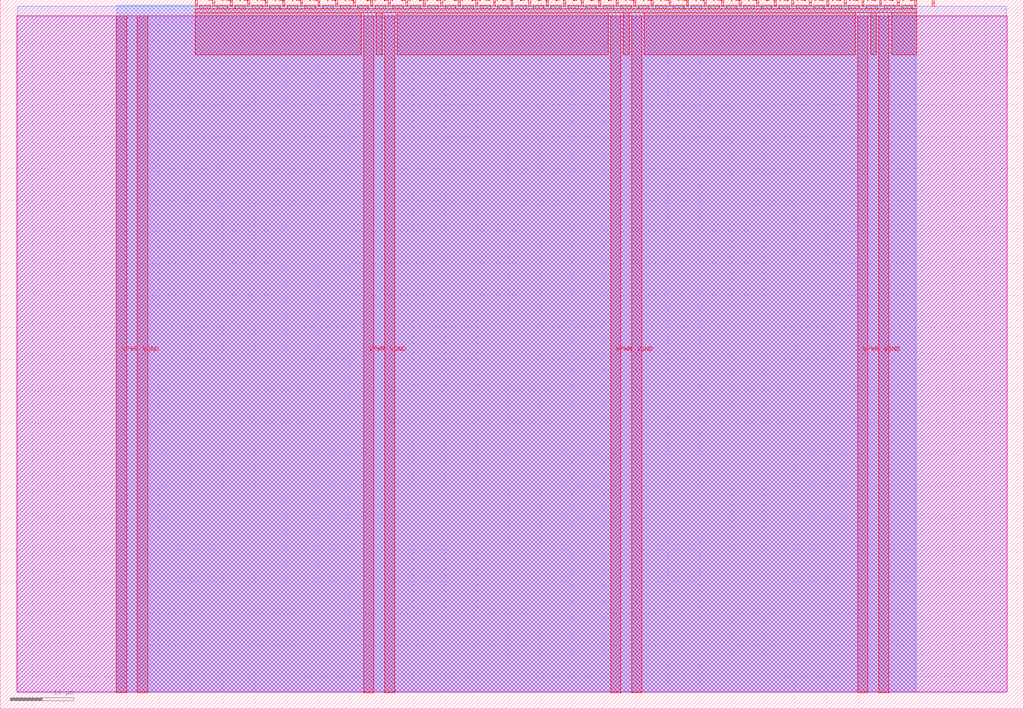
<source format=lef>
VERSION 5.7 ;
  NOWIREEXTENSIONATPIN ON ;
  DIVIDERCHAR "/" ;
  BUSBITCHARS "[]" ;
MACRO tt_um_wokwi_442977846716359681
  CLASS BLOCK ;
  FOREIGN tt_um_wokwi_442977846716359681 ;
  ORIGIN 0.000 0.000 ;
  SIZE 161.000 BY 111.520 ;
  PIN VGND
    DIRECTION INOUT ;
    USE GROUND ;
    PORT
      LAYER met4 ;
        RECT 21.580 2.480 23.180 109.040 ;
    END
    PORT
      LAYER met4 ;
        RECT 60.450 2.480 62.050 109.040 ;
    END
    PORT
      LAYER met4 ;
        RECT 99.320 2.480 100.920 109.040 ;
    END
    PORT
      LAYER met4 ;
        RECT 138.190 2.480 139.790 109.040 ;
    END
  END VGND
  PIN VPWR
    DIRECTION INOUT ;
    USE POWER ;
    PORT
      LAYER met4 ;
        RECT 18.280 2.480 19.880 109.040 ;
    END
    PORT
      LAYER met4 ;
        RECT 57.150 2.480 58.750 109.040 ;
    END
    PORT
      LAYER met4 ;
        RECT 96.020 2.480 97.620 109.040 ;
    END
    PORT
      LAYER met4 ;
        RECT 134.890 2.480 136.490 109.040 ;
    END
  END VPWR
  PIN clk
    DIRECTION INPUT ;
    USE SIGNAL ;
    ANTENNAGATEAREA 0.852000 ;
    PORT
      LAYER met4 ;
        RECT 143.830 110.520 144.130 111.520 ;
    END
  END clk
  PIN ena
    DIRECTION INPUT ;
    USE SIGNAL ;
    PORT
      LAYER met4 ;
        RECT 146.590 110.520 146.890 111.520 ;
    END
  END ena
  PIN rst_n
    DIRECTION INPUT ;
    USE SIGNAL ;
    PORT
      LAYER met4 ;
        RECT 141.070 110.520 141.370 111.520 ;
    END
  END rst_n
  PIN ui_in[0]
    DIRECTION INPUT ;
    USE SIGNAL ;
    ANTENNAGATEAREA 0.196500 ;
    PORT
      LAYER met4 ;
        RECT 138.310 110.520 138.610 111.520 ;
    END
  END ui_in[0]
  PIN ui_in[1]
    DIRECTION INPUT ;
    USE SIGNAL ;
    ANTENNAGATEAREA 0.196500 ;
    PORT
      LAYER met4 ;
        RECT 135.550 110.520 135.850 111.520 ;
    END
  END ui_in[1]
  PIN ui_in[2]
    DIRECTION INPUT ;
    USE SIGNAL ;
    ANTENNAGATEAREA 0.196500 ;
    PORT
      LAYER met4 ;
        RECT 132.790 110.520 133.090 111.520 ;
    END
  END ui_in[2]
  PIN ui_in[3]
    DIRECTION INPUT ;
    USE SIGNAL ;
    ANTENNAGATEAREA 0.196500 ;
    PORT
      LAYER met4 ;
        RECT 130.030 110.520 130.330 111.520 ;
    END
  END ui_in[3]
  PIN ui_in[4]
    DIRECTION INPUT ;
    USE SIGNAL ;
    ANTENNAGATEAREA 0.196500 ;
    PORT
      LAYER met4 ;
        RECT 127.270 110.520 127.570 111.520 ;
    END
  END ui_in[4]
  PIN ui_in[5]
    DIRECTION INPUT ;
    USE SIGNAL ;
    ANTENNAGATEAREA 0.196500 ;
    PORT
      LAYER met4 ;
        RECT 124.510 110.520 124.810 111.520 ;
    END
  END ui_in[5]
  PIN ui_in[6]
    DIRECTION INPUT ;
    USE SIGNAL ;
    ANTENNAGATEAREA 0.196500 ;
    PORT
      LAYER met4 ;
        RECT 121.750 110.520 122.050 111.520 ;
    END
  END ui_in[6]
  PIN ui_in[7]
    DIRECTION INPUT ;
    USE SIGNAL ;
    ANTENNAGATEAREA 0.196500 ;
    PORT
      LAYER met4 ;
        RECT 118.990 110.520 119.290 111.520 ;
    END
  END ui_in[7]
  PIN uio_in[0]
    DIRECTION INPUT ;
    USE SIGNAL ;
    PORT
      LAYER met4 ;
        RECT 116.230 110.520 116.530 111.520 ;
    END
  END uio_in[0]
  PIN uio_in[1]
    DIRECTION INPUT ;
    USE SIGNAL ;
    PORT
      LAYER met4 ;
        RECT 113.470 110.520 113.770 111.520 ;
    END
  END uio_in[1]
  PIN uio_in[2]
    DIRECTION INPUT ;
    USE SIGNAL ;
    PORT
      LAYER met4 ;
        RECT 110.710 110.520 111.010 111.520 ;
    END
  END uio_in[2]
  PIN uio_in[3]
    DIRECTION INPUT ;
    USE SIGNAL ;
    PORT
      LAYER met4 ;
        RECT 107.950 110.520 108.250 111.520 ;
    END
  END uio_in[3]
  PIN uio_in[4]
    DIRECTION INPUT ;
    USE SIGNAL ;
    PORT
      LAYER met4 ;
        RECT 105.190 110.520 105.490 111.520 ;
    END
  END uio_in[4]
  PIN uio_in[5]
    DIRECTION INPUT ;
    USE SIGNAL ;
    PORT
      LAYER met4 ;
        RECT 102.430 110.520 102.730 111.520 ;
    END
  END uio_in[5]
  PIN uio_in[6]
    DIRECTION INPUT ;
    USE SIGNAL ;
    PORT
      LAYER met4 ;
        RECT 99.670 110.520 99.970 111.520 ;
    END
  END uio_in[6]
  PIN uio_in[7]
    DIRECTION INPUT ;
    USE SIGNAL ;
    PORT
      LAYER met4 ;
        RECT 96.910 110.520 97.210 111.520 ;
    END
  END uio_in[7]
  PIN uio_oe[0]
    DIRECTION OUTPUT ;
    USE SIGNAL ;
    PORT
      LAYER met4 ;
        RECT 49.990 110.520 50.290 111.520 ;
    END
  END uio_oe[0]
  PIN uio_oe[1]
    DIRECTION OUTPUT ;
    USE SIGNAL ;
    PORT
      LAYER met4 ;
        RECT 47.230 110.520 47.530 111.520 ;
    END
  END uio_oe[1]
  PIN uio_oe[2]
    DIRECTION OUTPUT ;
    USE SIGNAL ;
    PORT
      LAYER met4 ;
        RECT 44.470 110.520 44.770 111.520 ;
    END
  END uio_oe[2]
  PIN uio_oe[3]
    DIRECTION OUTPUT ;
    USE SIGNAL ;
    PORT
      LAYER met4 ;
        RECT 41.710 110.520 42.010 111.520 ;
    END
  END uio_oe[3]
  PIN uio_oe[4]
    DIRECTION OUTPUT ;
    USE SIGNAL ;
    PORT
      LAYER met4 ;
        RECT 38.950 110.520 39.250 111.520 ;
    END
  END uio_oe[4]
  PIN uio_oe[5]
    DIRECTION OUTPUT ;
    USE SIGNAL ;
    PORT
      LAYER met4 ;
        RECT 36.190 110.520 36.490 111.520 ;
    END
  END uio_oe[5]
  PIN uio_oe[6]
    DIRECTION OUTPUT ;
    USE SIGNAL ;
    PORT
      LAYER met4 ;
        RECT 33.430 110.520 33.730 111.520 ;
    END
  END uio_oe[6]
  PIN uio_oe[7]
    DIRECTION OUTPUT ;
    USE SIGNAL ;
    PORT
      LAYER met4 ;
        RECT 30.670 110.520 30.970 111.520 ;
    END
  END uio_oe[7]
  PIN uio_out[0]
    DIRECTION OUTPUT ;
    USE SIGNAL ;
    PORT
      LAYER met4 ;
        RECT 72.070 110.520 72.370 111.520 ;
    END
  END uio_out[0]
  PIN uio_out[1]
    DIRECTION OUTPUT ;
    USE SIGNAL ;
    PORT
      LAYER met4 ;
        RECT 69.310 110.520 69.610 111.520 ;
    END
  END uio_out[1]
  PIN uio_out[2]
    DIRECTION OUTPUT ;
    USE SIGNAL ;
    PORT
      LAYER met4 ;
        RECT 66.550 110.520 66.850 111.520 ;
    END
  END uio_out[2]
  PIN uio_out[3]
    DIRECTION OUTPUT ;
    USE SIGNAL ;
    PORT
      LAYER met4 ;
        RECT 63.790 110.520 64.090 111.520 ;
    END
  END uio_out[3]
  PIN uio_out[4]
    DIRECTION OUTPUT ;
    USE SIGNAL ;
    PORT
      LAYER met4 ;
        RECT 61.030 110.520 61.330 111.520 ;
    END
  END uio_out[4]
  PIN uio_out[5]
    DIRECTION OUTPUT ;
    USE SIGNAL ;
    PORT
      LAYER met4 ;
        RECT 58.270 110.520 58.570 111.520 ;
    END
  END uio_out[5]
  PIN uio_out[6]
    DIRECTION OUTPUT ;
    USE SIGNAL ;
    PORT
      LAYER met4 ;
        RECT 55.510 110.520 55.810 111.520 ;
    END
  END uio_out[6]
  PIN uio_out[7]
    DIRECTION OUTPUT ;
    USE SIGNAL ;
    PORT
      LAYER met4 ;
        RECT 52.750 110.520 53.050 111.520 ;
    END
  END uio_out[7]
  PIN uo_out[0]
    DIRECTION OUTPUT ;
    USE SIGNAL ;
    ANTENNADIFFAREA 0.445500 ;
    PORT
      LAYER met4 ;
        RECT 94.150 110.520 94.450 111.520 ;
    END
  END uo_out[0]
  PIN uo_out[1]
    DIRECTION OUTPUT ;
    USE SIGNAL ;
    ANTENNADIFFAREA 0.445500 ;
    PORT
      LAYER met4 ;
        RECT 91.390 110.520 91.690 111.520 ;
    END
  END uo_out[1]
  PIN uo_out[2]
    DIRECTION OUTPUT ;
    USE SIGNAL ;
    ANTENNADIFFAREA 0.445500 ;
    PORT
      LAYER met4 ;
        RECT 88.630 110.520 88.930 111.520 ;
    END
  END uo_out[2]
  PIN uo_out[3]
    DIRECTION OUTPUT ;
    USE SIGNAL ;
    ANTENNADIFFAREA 0.445500 ;
    PORT
      LAYER met4 ;
        RECT 85.870 110.520 86.170 111.520 ;
    END
  END uo_out[3]
  PIN uo_out[4]
    DIRECTION OUTPUT ;
    USE SIGNAL ;
    ANTENNADIFFAREA 0.445500 ;
    PORT
      LAYER met4 ;
        RECT 83.110 110.520 83.410 111.520 ;
    END
  END uo_out[4]
  PIN uo_out[5]
    DIRECTION OUTPUT ;
    USE SIGNAL ;
    ANTENNADIFFAREA 0.445500 ;
    PORT
      LAYER met4 ;
        RECT 80.350 110.520 80.650 111.520 ;
    END
  END uo_out[5]
  PIN uo_out[6]
    DIRECTION OUTPUT ;
    USE SIGNAL ;
    ANTENNADIFFAREA 0.445500 ;
    PORT
      LAYER met4 ;
        RECT 77.590 110.520 77.890 111.520 ;
    END
  END uo_out[6]
  PIN uo_out[7]
    DIRECTION OUTPUT ;
    USE SIGNAL ;
    ANTENNADIFFAREA 0.445500 ;
    PORT
      LAYER met4 ;
        RECT 74.830 110.520 75.130 111.520 ;
    END
  END uo_out[7]
  OBS
      LAYER nwell ;
        RECT 2.570 2.635 158.430 108.990 ;
      LAYER li1 ;
        RECT 2.760 2.635 158.240 108.885 ;
      LAYER met1 ;
        RECT 2.760 2.480 158.240 110.460 ;
      LAYER met2 ;
        RECT 18.310 2.535 143.890 110.685 ;
      LAYER met3 ;
        RECT 18.290 2.555 144.170 110.665 ;
      LAYER met4 ;
        RECT 31.370 110.120 33.030 110.665 ;
        RECT 34.130 110.120 35.790 110.665 ;
        RECT 36.890 110.120 38.550 110.665 ;
        RECT 39.650 110.120 41.310 110.665 ;
        RECT 42.410 110.120 44.070 110.665 ;
        RECT 45.170 110.120 46.830 110.665 ;
        RECT 47.930 110.120 49.590 110.665 ;
        RECT 50.690 110.120 52.350 110.665 ;
        RECT 53.450 110.120 55.110 110.665 ;
        RECT 56.210 110.120 57.870 110.665 ;
        RECT 58.970 110.120 60.630 110.665 ;
        RECT 61.730 110.120 63.390 110.665 ;
        RECT 64.490 110.120 66.150 110.665 ;
        RECT 67.250 110.120 68.910 110.665 ;
        RECT 70.010 110.120 71.670 110.665 ;
        RECT 72.770 110.120 74.430 110.665 ;
        RECT 75.530 110.120 77.190 110.665 ;
        RECT 78.290 110.120 79.950 110.665 ;
        RECT 81.050 110.120 82.710 110.665 ;
        RECT 83.810 110.120 85.470 110.665 ;
        RECT 86.570 110.120 88.230 110.665 ;
        RECT 89.330 110.120 90.990 110.665 ;
        RECT 92.090 110.120 93.750 110.665 ;
        RECT 94.850 110.120 96.510 110.665 ;
        RECT 97.610 110.120 99.270 110.665 ;
        RECT 100.370 110.120 102.030 110.665 ;
        RECT 103.130 110.120 104.790 110.665 ;
        RECT 105.890 110.120 107.550 110.665 ;
        RECT 108.650 110.120 110.310 110.665 ;
        RECT 111.410 110.120 113.070 110.665 ;
        RECT 114.170 110.120 115.830 110.665 ;
        RECT 116.930 110.120 118.590 110.665 ;
        RECT 119.690 110.120 121.350 110.665 ;
        RECT 122.450 110.120 124.110 110.665 ;
        RECT 125.210 110.120 126.870 110.665 ;
        RECT 127.970 110.120 129.630 110.665 ;
        RECT 130.730 110.120 132.390 110.665 ;
        RECT 133.490 110.120 135.150 110.665 ;
        RECT 136.250 110.120 137.910 110.665 ;
        RECT 139.010 110.120 140.670 110.665 ;
        RECT 141.770 110.120 143.430 110.665 ;
        RECT 30.655 109.440 144.145 110.120 ;
        RECT 30.655 102.855 56.750 109.440 ;
        RECT 59.150 102.855 60.050 109.440 ;
        RECT 62.450 102.855 95.620 109.440 ;
        RECT 98.020 102.855 98.920 109.440 ;
        RECT 101.320 102.855 134.490 109.440 ;
        RECT 136.890 102.855 137.790 109.440 ;
        RECT 140.190 102.855 144.145 109.440 ;
  END
END tt_um_wokwi_442977846716359681
END LIBRARY


</source>
